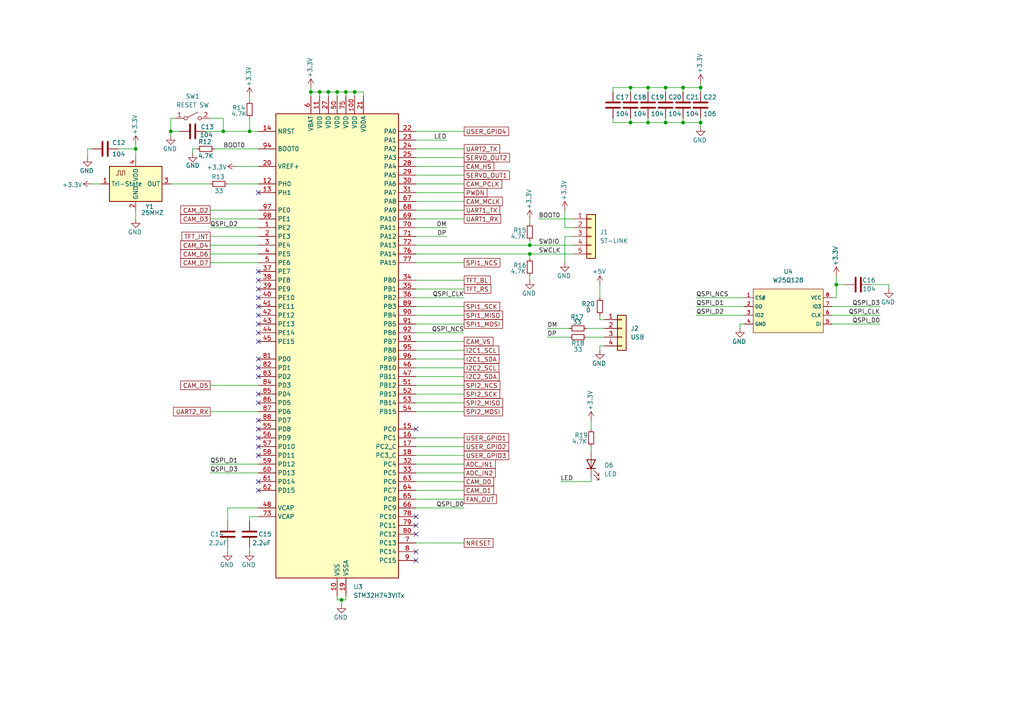
<source format=kicad_sch>
(kicad_sch (version 20250114) (generator "eeschema") (generator_version "9.0")
  (paper "A4")
  (lib_symbols
    (symbol "Conn_01x04_1" (pin_names (offset 1.016) (hide yes))
      (property "Reference" "J" (at 0 5.08 0))
      (property "Value" "Conn_01x04" (at 0 -7.62 0))
      (symbol "Conn_01x04_1_1_1"
        (rectangle (start -1.27 3.81) (end 1.27 -6.35) (stroke (width 0.254)) (fill (type background)))
        (rectangle (start -1.27 2.667) (end 0 2.413) (stroke (width 0.1524)))
        (rectangle (start -1.27 0.127) (end 0 -0.127) (stroke (width 0.1524)))
        (rectangle (start -1.27 -2.413) (end 0 -2.667) (stroke (width 0.1524)))
        (rectangle (start -1.27 -4.953) (end 0 -5.207) (stroke (width 0.1524)))
        (pin passive line (at -5.08 2.54 0) (length 3.81) (name "Pin_1") (number "1"))
        (pin passive line (at -5.08 0 0) (length 3.81) (name "Pin_2") (number "2"))
        (pin passive line (at -5.08 -2.54 0) (length 3.81) (name "Pin_3") (number "3"))
        (pin passive line (at -5.08 -5.08 0) (length 3.81) (name "Pin_4") (number "4"))
      )
    )
    (symbol "EggClassifier:16MByte,_SPI"
      (property "Reference" "U4" (at 0 12.7 0))
      (property "Value" "W25Q128" (at 0 10.16 0))
      (symbol "16MByte,_SPI_0_1"
        (rectangle (start -10.16 7.62) (end 10.16 -5.08) (fill (type background)))
        (pin input line (at -12.7 5.08 0) (length 2.54) (name "CS#") (number "1"))
        (pin bidirectional line (at -12.7 2.54 0) (length 2.54) (name "DO") (number "2"))
        (pin bidirectional line (at -12.7 0 0) (length 2.54) (name "IO2") (number "3"))
        (pin passive line (at -12.7 -2.54 0) (length 2.54) (name "GND") (number "4"))
        (pin passive line (at 12.7 5.08 180) (length 2.54) (name "VCC") (number "8"))
        (pin bidirectional line (at 12.7 2.54 180) (length 2.54) (name "IO3") (number "7"))
        (pin input line (at 12.7 0 180) (length 2.54) (name "CLK") (number "6"))
        (pin bidirectional line (at 12.7 -2.54 180) (length 2.54) (name "DI") (number "5"))
      )
    )
    (symbol "EggClassifier:ASCO"
      (property "Reference" "Y" (at -7.62 6.35 0))
      (property "Value" "ASCO" (at 1.27 -6.35 0))
      (symbol "ASCO_0_1"
        (rectangle (start -7.62 5.08) (end 7.62 -5.08) (stroke (width 0.254)) (fill (type background)))
        (polyline (pts (xy -5.715 2.54) (xy -5.08 2.54) (xy -5.08 3.81) (xy -4.445 3.81) (xy -4.445 2.54) (xy -3.81 2.54) (xy -3.81 3.81) (xy -3.175 3.81) (xy -3.175 2.54)))
      )
      (symbol "ASCO_1_1"
        (pin input line (at -10.16 0 0) (length 2.54) (name "Tri-State") (number "1"))
        (pin power_in line (at 0 7.62 270) (length 2.54) (name "VDD") (number "4"))
        (pin power_in line (at 0 -7.62 90) (length 2.54) (name "GND") (number "2"))
        (pin output line (at 10.16 0 180) (length 2.54) (name "OUT") (number "3"))
      )
    )
    (symbol "EggClassifier:C" (pin_numbers (hide yes)) (pin_names (offset 0.254))
      (property "Reference" "C" (at 0.635 2.54 0))
      (property "Value" "C" (at 0.635 -2.54 0))
      (symbol "C_0_1"
        (polyline (pts (xy -2.032 0.762) (xy 2.032 0.762)) (stroke (width 0.508)))
        (polyline (pts (xy -2.032 -0.762) (xy 2.032 -0.762)) (stroke (width 0.508)))
      )
      (symbol "C_1_1"
        (pin passive line (at 0 3.81 270) (length 2.794) (name "~") (number "1"))
        (pin passive line (at 0 -3.81 90) (length 2.794) (name "~") (number "2"))
      )
    )
    (symbol "EggClassifier:Conn_01x05" (pin_names (offset 1.016) (hide yes))
      (property "Reference" "J" (at 0 7.62 0))
      (property "Value" "Conn_01x05" (at 0 -7.62 0))
      (symbol "Conn_01x05_1_1"
        (rectangle (start -1.27 6.35) (end 1.27 -6.35) (stroke (width 0.254)) (fill (type background)))
        (rectangle (start -1.27 5.207) (end 0 4.953) (stroke (width 0.1524)))
        (rectangle (start -1.27 2.667) (end 0 2.413) (stroke (width 0.1524)))
        (rectangle (start -1.27 0.127) (end 0 -0.127) (stroke (width 0.1524)))
        (rectangle (start -1.27 -2.413) (end 0 -2.667) (stroke (width 0.1524)))
        (rectangle (start -1.27 -4.953) (end 0 -5.207) (stroke (width 0.1524)))
        (pin passive line (at -5.08 5.08 0) (length 3.81) (name "Pin_1") (number "1"))
        (pin passive line (at -5.08 2.54 0) (length 3.81) (name "Pin_2") (number "2"))
        (pin passive line (at -5.08 0 0) (length 3.81) (name "Pin_3") (number "3"))
        (pin passive line (at -5.08 -2.54 0) (length 3.81) (name "Pin_4") (number "4"))
        (pin passive line (at -5.08 -5.08 0) (length 3.81) (name "Pin_5") (number "5"))
      )
    )
    (symbol "EggClassifier:LED" (pin_numbers (hide yes)) (pin_names (offset 1.016) (hide yes))
      (property "Reference" "D" (at 0 2.54 0))
      (property "Value" "LED" (at 0 -2.54 0))
      (symbol "LED_0_1"
        (polyline (pts (xy -3.048 -0.762) (xy -4.572 -2.286) (xy -3.81 -2.286) (xy -4.572 -2.286) (xy -4.572 -1.524)))
        (polyline (pts (xy -1.778 -0.762) (xy -3.302 -2.286) (xy -2.54 -2.286) (xy -3.302 -2.286) (xy -3.302 -1.524)))
        (polyline (pts (xy -1.27 0) (xy 1.27 0)))
        (polyline (pts (xy -1.27 -1.27) (xy -1.27 1.27)) (stroke (width 0.254)))
        (polyline (pts (xy 1.27 -1.27) (xy 1.27 1.27) (xy -1.27 0) (xy 1.27 -1.27)) (stroke (width 0.254)))
      )
      (symbol "LED_1_1"
        (pin passive line (at -3.81 0 0) (length 2.54) (name "K") (number "1"))
        (pin passive line (at 3.81 0 180) (length 2.54) (name "A") (number "2"))
      )
    )
    (symbol "EggClassifier:R_Small" (pin_numbers (hide yes)) (pin_names (offset 0.254) (hide yes))
      (property "Reference" "R" (at 0.762 0.508 0))
      (property "Value" "R_Small" (at 0.762 -1.016 0))
      (symbol "R_Small_0_1"
        (rectangle (start -0.762 1.778) (end 0.762 -1.778) (stroke (width 0.2032)))
      )
      (symbol "R_Small_1_1"
        (pin passive line (at 0 2.54 270) (length 0.762) (name "~") (number "1"))
        (pin passive line (at 0 -2.54 90) (length 0.762) (name "~") (number "2"))
      )
    )
    (symbol "EggClassifier:SPST_Momentary_4.6x2.8mm" (pin_names (offset 0) (hide yes))
      (property "Reference" "SW" (at 0 3.175 0))
      (property "Value" "SPST_Momentary_4.6x2.8mm" (at 0 -2.54 0))
      (symbol "SPST_Momentary_4.6x2.8mm_0_0"
        (circle (center -2.032 0) (radius 0.508))
        (polyline (pts (xy -1.524 0.254) (xy 1.524 1.778)))
        (circle (center 2.032 0) (radius 0.508))
      )
      (symbol "SPST_Momentary_4.6x2.8mm_1_1"
        (pin passive line (at -5.08 0 0) (length 2.54) (name "A") (number "1"))
        (pin passive line (at 5.08 0 180) (length 2.54) (name "B") (number "2"))
      )
    )
    (symbol "EggClassifier:STM32H743VITx"
      (property "Reference" "U" (at -17.78 69.85 0))
      (property "Value" "STM32H743VITx" (at 10.16 69.85 0))
      (symbol "STM32H743VITx_0_1"
        (rectangle (start -17.78 -66.04) (end 17.78 68.58) (stroke (width 0.254)) (fill (type background)))
      )
      (symbol "STM32H743VITx_1_1"
        (pin input line (at -22.86 63.5 0) (length 5.08) (name "NRST") (number "14"))
        (pin input line (at -22.86 58.42 0) (length 5.08) (name "BOOT0") (number "94"))
        (pin input line (at -22.86 53.34 0) (length 5.08) (name "VREF+") (number "20"))
        (pin bidirectional line (at -22.86 48.26 0) (length 5.08) (name "PH0") (number "12"))
        (pin bidirectional line (at -22.86 45.72 0) (length 5.08) (name "PH1") (number "13"))
        (pin bidirectional line (at -22.86 40.64 0) (length 5.08) (name "PE0") (number "97"))
        (pin bidirectional line (at -22.86 38.1 0) (length 5.08) (name "PE1") (number "98"))
        (pin bidirectional line (at -22.86 35.56 0) (length 5.08) (name "PE2") (number "1"))
        (pin bidirectional line (at -22.86 33.02 0) (length 5.08) (name "PE3") (number "2"))
        (pin bidirectional line (at -22.86 30.48 0) (length 5.08) (name "PE4") (number "3"))
        (pin bidirectional line (at -22.86 27.94 0) (length 5.08) (name "PE5") (number "4"))
        (pin bidirectional line (at -22.86 25.4 0) (length 5.08) (name "PE6") (number "5"))
        (pin bidirectional line (at -22.86 22.86 0) (length 5.08) (name "PE7") (number "37"))
        (pin bidirectional line (at -22.86 20.32 0) (length 5.08) (name "PE8") (number "38"))
        (pin bidirectional line (at -22.86 17.78 0) (length 5.08) (name "PE9") (number "39"))
        (pin bidirectional line (at -22.86 15.24 0) (length 5.08) (name "PE10") (number "40"))
        (pin bidirectional line (at -22.86 12.7 0) (length 5.08) (name "PE11") (number "41"))
        (pin bidirectional line (at -22.86 10.16 0) (length 5.08) (name "PE12") (number "42"))
        (pin bidirectional line (at -22.86 7.62 0) (length 5.08) (name "PE13") (number "43"))
        (pin bidirectional line (at -22.86 5.08 0) (length 5.08) (name "PE14") (number "44"))
        (pin bidirectional line (at -22.86 2.54 0) (length 5.08) (name "PE15") (number "45"))
        (pin bidirectional line (at -22.86 -2.54 0) (length 5.08) (name "PD0") (number "81"))
        (pin bidirectional line (at -22.86 -5.08 0) (length 5.08) (name "PD1") (number "82"))
        (pin bidirectional line (at -22.86 -7.62 0) (length 5.08) (name "PD2") (number "83"))
        (pin bidirectional line (at -22.86 -10.16 0) (length 5.08) (name "PD3") (number "84"))
        (pin bidirectional line (at -22.86 -12.7 0) (length 5.08) (name "PD4") (number "85"))
        (pin bidirectional line (at -22.86 -15.24 0) (length 5.08) (name "PD5") (number "86"))
        (pin bidirectional line (at -22.86 -17.78 0) (length 5.08) (name "PD6") (number "87"))
        (pin bidirectional line (at -22.86 -20.32 0) (length 5.08) (name "PD7") (number "88"))
        (pin bidirectional line (at -22.86 -22.86 0) (length 5.08) (name "PD8") (number "55"))
        (pin bidirectional line (at -22.86 -25.4 0) (length 5.08) (name "PD9") (number "56"))
        (pin bidirectional line (at -22.86 -27.94 0) (length 5.08) (name "PD10") (number "57"))
        (pin bidirectional line (at -22.86 -30.48 0) (length 5.08) (name "PD11") (number "58"))
        (pin bidirectional line (at -22.86 -33.02 0) (length 5.08) (name "PD12") (number "59"))
        (pin bidirectional line (at -22.86 -35.56 0) (length 5.08) (name "PD13") (number "60"))
        (pin bidirectional line (at -22.86 -38.1 0) (length 5.08) (name "PD14") (number "61"))
        (pin bidirectional line (at -22.86 -40.64 0) (length 5.08) (name "PD15") (number "62"))
        (pin power_out line (at -22.86 -45.72 0) (length 5.08) (name "VCAP") (number "48"))
        (pin power_out line (at -22.86 -48.26 0) (length 5.08) (name "VCAP") (number "73"))
        (pin power_in line (at -7.62 73.66 270) (length 5.08) (name "VBAT") (number "6"))
        (pin power_in line (at -5.08 73.66 270) (length 5.08) (name "VDD") (number "11"))
        (pin power_in line (at -2.54 73.66 270) (length 5.08) (name "VDD") (number "27"))
        (pin power_in line (at 0 73.66 270) (length 5.08) (name "VDD") (number "50"))
        (pin power_in line (at 0 -71.12 90) (length 5.08) (name "VSS") (number "10"))
        (pin passive line (at 0 -71.12 90) (length 5.08) (hide yes) (name "VSS") (number "26"))
        (pin passive line (at 0 -71.12 90) (length 5.08) (hide yes) (name "VSS") (number "49"))
        (pin passive line (at 0 -71.12 90) (length 5.08) (hide yes) (name "VSS") (number "74"))
        (pin passive line (at 0 -71.12 90) (length 5.08) (hide yes) (name "VSS") (number "99"))
        (pin power_in line (at 2.54 73.66 270) (length 5.08) (name "VDD") (number "75"))
        (pin power_in line (at 2.54 -71.12 90) (length 5.08) (name "VSSA") (number "19"))
        (pin power_in line (at 5.08 73.66 270) (length 5.08) (name "VDD") (number "100"))
        (pin power_in line (at 7.62 73.66 270) (length 5.08) (name "VDDA") (number "21"))
        (pin bidirectional line (at 22.86 63.5 180) (length 5.08) (name "PA0") (number "22"))
        (pin bidirectional line (at 22.86 60.96 180) (length 5.08) (name "PA1") (number "23"))
        (pin bidirectional line (at 22.86 58.42 180) (length 5.08) (name "PA2") (number "24"))
        (pin bidirectional line (at 22.86 55.88 180) (length 5.08) (name "PA3") (number "25"))
        (pin bidirectional line (at 22.86 53.34 180) (length 5.08) (name "PA4") (number "28"))
        (pin bidirectional line (at 22.86 50.8 180) (length 5.08) (name "PA5") (number "29"))
        (pin bidirectional line (at 22.86 48.26 180) (length 5.08) (name "PA6") (number "30"))
        (pin bidirectional line (at 22.86 45.72 180) (length 5.08) (name "PA7") (number "31"))
        (pin bidirectional line (at 22.86 43.18 180) (length 5.08) (name "PA8") (number "67"))
        (pin bidirectional line (at 22.86 40.64 180) (length 5.08) (name "PA9") (number "68"))
        (pin bidirectional line (at 22.86 38.1 180) (length 5.08) (name "PA10") (number "69"))
        (pin bidirectional line (at 22.86 35.56 180) (length 5.08) (name "PA11") (number "70"))
        (pin bidirectional line (at 22.86 33.02 180) (length 5.08) (name "PA12") (number "71"))
        (pin bidirectional line (at 22.86 30.48 180) (length 5.08) (name "PA13") (number "72"))
        (pin bidirectional line (at 22.86 27.94 180) (length 5.08) (name "PA14") (number "76"))
        (pin bidirectional line (at 22.86 25.4 180) (length 5.08) (name "PA15") (number "77"))
        (pin bidirectional line (at 22.86 20.32 180) (length 5.08) (name "PB0") (number "34"))
        (pin bidirectional line (at 22.86 17.78 180) (length 5.08) (name "PB1") (number "35"))
        (pin bidirectional line (at 22.86 15.24 180) (length 5.08) (name "PB2") (number "36"))
        (pin bidirectional line (at 22.86 12.7 180) (length 5.08) (name "PB3") (number "89"))
        (pin bidirectional line (at 22.86 10.16 180) (length 5.08) (name "PB4") (number "90"))
        (pin bidirectional line (at 22.86 7.62 180) (length 5.08) (name "PB5") (number "91"))
        (pin bidirectional line (at 22.86 5.08 180) (length 5.08) (name "PB6") (number "92"))
        (pin bidirectional line (at 22.86 2.54 180) (length 5.08) (name "PB7") (number "93"))
        (pin bidirectional line (at 22.86 0 180) (length 5.08) (name "PB8") (number "95"))
        (pin bidirectional line (at 22.86 -2.54 180) (length 5.08) (name "PB9") (number "96"))
        (pin bidirectional line (at 22.86 -5.08 180) (length 5.08) (name "PB10") (number "46"))
        (pin bidirectional line (at 22.86 -7.62 180) (length 5.08) (name "PB11") (number "47"))
        (pin bidirectional line (at 22.86 -10.16 180) (length 5.08) (name "PB12") (number "51"))
        (pin bidirectional line (at 22.86 -12.7 180) (length 5.08) (name "PB13") (number "52"))
        (pin bidirectional line (at 22.86 -15.24 180) (length 5.08) (name "PB14") (number "53"))
        (pin bidirectional line (at 22.86 -17.78 180) (length 5.08) (name "PB15") (number "54"))
        (pin bidirectional line (at 22.86 -22.86 180) (length 5.08) (name "PC0") (number "15"))
        (pin bidirectional line (at 22.86 -25.4 180) (length 5.08) (name "PC1") (number "16"))
        (pin bidirectional line (at 22.86 -27.94 180) (length 5.08) (name "PC2_C") (number "17"))
        (pin bidirectional line (at 22.86 -30.48 180) (length 5.08) (name "PC3_C") (number "18"))
        (pin bidirectional line (at 22.86 -33.02 180) (length 5.08) (name "PC4") (number "32"))
        (pin bidirectional line (at 22.86 -35.56 180) (length 5.08) (name "PC5") (number "33"))
        (pin bidirectional line (at 22.86 -38.1 180) (length 5.08) (name "PC6") (number "63"))
        (pin bidirectional line (at 22.86 -40.64 180) (length 5.08) (name "PC7") (number "64"))
        (pin bidirectional line (at 22.86 -43.18 180) (length 5.08) (name "PC8") (number "65"))
        (pin bidirectional line (at 22.86 -45.72 180) (length 5.08) (name "PC9") (number "66"))
        (pin bidirectional line (at 22.86 -48.26 180) (length 5.08) (name "PC10") (number "78"))
        (pin bidirectional line (at 22.86 -50.8 180) (length 5.08) (name "PC11") (number "79"))
        (pin bidirectional line (at 22.86 -53.34 180) (length 5.08) (name "PC12") (number "80"))
        (pin bidirectional line (at 22.86 -55.88 180) (length 5.08) (name "PC13") (number "7"))
        (pin bidirectional line (at 22.86 -58.42 180) (length 5.08) (name "PC14") (number "8"))
        (pin bidirectional line (at 22.86 -60.96 180) (length 5.08) (name "PC15") (number "9"))
      )
    )
    (symbol "LM2676S-3.3_NOPB:+3.3V" (power) (pin_numbers (hide yes)) (pin_names (offset 0) (hide yes))
      (property "Value" "+3.3V" (at 0 3.556 0))
      (symbol "+3.3V_0_1"
        (polyline (pts (xy -0.762 1.27) (xy 0 2.54)))
        (polyline (pts (xy 0 2.54) (xy 0.762 1.27)))
        (polyline (pts (xy 0 0) (xy 0 2.54)))
      )
      (symbol "+3.3V_1_1"
        (pin power_in line (at 0 0 90) (length 0) (name "~") (number "1"))
      )
    )
    (symbol "LM2676S-3.3_NOPB:+5V" (power) (pin_numbers (hide yes)) (pin_names (offset 0) (hide yes))
      (property "Value" "+5V" (at 0 3.556 0))
      (symbol "+5V_0_1"
        (polyline (pts (xy -0.762 1.27) (xy 0 2.54)))
        (polyline (pts (xy 0 2.54) (xy 0.762 1.27)))
        (polyline (pts (xy 0 0) (xy 0 2.54)))
      )
      (symbol "+5V_1_1"
        (pin power_in line (at 0 0 90) (length 0) (name "~") (number "1"))
      )
    )
    (symbol "LM2676S-3.3_NOPB:GND" (power) (pin_numbers (hide yes)) (pin_names (offset 0) (hide yes))
      (property "Value" "GND" (at 0 -3.81 0))
      (symbol "GND_0_1"
        (polyline (pts (xy 0 0) (xy 0 -1.27) (xy 1.27 -1.27) (xy 0 -2.54) (xy -1.27 -1.27) (xy 0 -1.27)))
      )
      (symbol "GND_1_1"
        (pin power_in line (at 0 0 270) (length 0) (name "~") (number "1"))
      )
    )
  )
  (junction (at 99.06 173.99))
  (junction (at 153.67 71.12))
  (junction (at 39.37 43.18))
  (junction (at 198.12 25.4))
  (junction (at 193.04 25.4))
  (junction (at 102.87 26.67))
  (junction (at 153.67 73.66))
  (junction (at 64.77 38.1))
  (junction (at 242.57 82.55))
  (junction (at 203.2 25.4))
  (junction (at 187.96 35.56))
  (junction (at 92.71 26.67))
  (junction (at 95.25 26.67))
  (junction (at 49.53 38.1))
  (junction (at 90.17 26.67))
  (junction (at 193.04 35.56))
  (junction (at 198.12 35.56))
  (junction (at 182.88 35.56))
  (junction (at 100.33 26.67))
  (junction (at 203.2 35.56))
  (junction (at 72.39 38.1))
  (junction (at 182.88 25.4))
  (junction (at 187.96 25.4))
  (junction (at 97.79 26.67))
  (no_connect (at 74.93 109.22))
  (no_connect (at 74.93 127))
  (no_connect (at 74.93 83.82))
  (no_connect (at 120.65 160.02))
  (no_connect (at 74.93 91.44))
  (no_connect (at 74.93 86.36))
  (no_connect (at 74.93 78.74))
  (no_connect (at 74.93 116.84))
  (no_connect (at 120.65 154.94))
  (no_connect (at 74.93 106.68))
  (no_connect (at 74.93 121.92))
  (no_connect (at 120.65 152.4))
  (no_connect (at 74.93 88.9))
  (no_connect (at 74.93 132.08))
  (no_connect (at 74.93 129.54))
  (no_connect (at 120.65 149.86))
  (no_connect (at 74.93 93.98))
  (no_connect (at 74.93 104.14))
  (no_connect (at 120.65 162.56))
  (no_connect (at 120.65 124.46))
  (no_connect (at 74.93 99.06))
  (no_connect (at 74.93 81.28))
  (no_connect (at 74.93 114.3))
  (no_connect (at 74.93 142.24))
  (no_connect (at 74.93 139.7))
  (no_connect (at 74.93 124.46))
  (no_connect (at 74.93 55.88))
  (no_connect (at 74.93 96.52))
  (wire (pts (xy 187.96 25.4) (xy 193.04 25.4)))
  (wire (pts (xy 120.65 104.14) (xy 134.62 104.14)))
  (wire (pts (xy 162.56 139.7) (xy 171.45 139.7)))
  (wire (pts (xy 120.65 38.1) (xy 134.62 38.1)))
  (wire (pts (xy 90.17 26.67) (xy 92.71 26.67)))
  (wire (pts (xy 72.39 27.94) (xy 72.39 29.21)))
  (wire (pts (xy 241.3 93.98) (xy 255.27 93.98)))
  (wire (pts (xy 105.41 26.67) (xy 105.41 27.94)))
  (wire (pts (xy 60.96 63.5) (xy 74.93 63.5)))
  (wire (pts (xy 166.37 68.58) (xy 163.83 68.58)))
  (wire (pts (xy 173.99 92.71) (xy 173.99 91.44)))
  (wire (pts (xy 158.75 97.79) (xy 165.1 97.79)))
  (wire (pts (xy 100.33 26.67) (xy 100.33 27.94)))
  (wire (pts (xy 177.8 34.29) (xy 177.8 35.56)))
  (wire (pts (xy 156.21 63.5) (xy 166.37 63.5)))
  (wire (pts (xy 171.45 138.43) (xy 171.45 139.7)))
  (wire (pts (xy 66.04 147.32) (xy 66.04 151.13)))
  (wire (pts (xy 68.58 48.26) (xy 74.93 48.26)))
  (wire (pts (xy 120.65 144.78) (xy 134.62 144.78)))
  (wire (pts (xy 201.93 91.44) (xy 215.9 91.44)))
  (wire (pts (xy 187.96 34.29) (xy 187.96 35.56)))
  (wire (pts (xy 60.96 111.76) (xy 74.93 111.76)))
  (wire (pts (xy 153.67 80.01) (xy 153.67 81.28)))
  (wire (pts (xy 177.8 25.4) (xy 182.88 25.4)))
  (wire (pts (xy 97.79 26.67) (xy 97.79 27.94)))
  (wire (pts (xy 120.65 63.5) (xy 134.62 63.5)))
  (wire (pts (xy 99.06 173.99) (xy 100.33 173.99)))
  (wire (pts (xy 187.96 35.56) (xy 193.04 35.56)))
  (wire (pts (xy 193.04 25.4) (xy 193.04 26.67)))
  (wire (pts (xy 201.93 88.9) (xy 215.9 88.9)))
  (wire (pts (xy 166.37 66.04) (xy 163.83 66.04)))
  (wire (pts (xy 193.04 34.29) (xy 193.04 35.56)))
  (wire (pts (xy 39.37 41.91) (xy 39.37 43.18)))
  (wire (pts (xy 120.65 50.8) (xy 134.62 50.8)))
  (wire (pts (xy 49.53 34.29) (xy 49.53 38.1)))
  (wire (pts (xy 60.96 34.29) (xy 64.77 34.29)))
  (wire (pts (xy 72.39 158.75) (xy 72.39 160.02)))
  (wire (pts (xy 120.65 45.72) (xy 134.62 45.72)))
  (wire (pts (xy 175.26 92.71) (xy 173.99 92.71)))
  (wire (pts (xy 39.37 60.96) (xy 39.37 63.5)))
  (wire (pts (xy 66.04 53.34) (xy 74.93 53.34)))
  (wire (pts (xy 120.65 129.54) (xy 134.62 129.54)))
  (wire (pts (xy 99.06 173.99) (xy 99.06 175.26)))
  (wire (pts (xy 120.65 66.04) (xy 129.54 66.04)))
  (wire (pts (xy 60.96 68.58) (xy 74.93 68.58)))
  (wire (pts (xy 173.99 82.55) (xy 173.99 86.36)))
  (wire (pts (xy 64.77 38.1) (xy 72.39 38.1)))
  (wire (pts (xy 173.99 100.33) (xy 173.99 101.6)))
  (wire (pts (xy 39.37 43.18) (xy 39.37 45.72)))
  (wire (pts (xy 72.39 34.29) (xy 72.39 38.1)))
  (wire (pts (xy 242.57 82.55) (xy 242.57 86.36)))
  (wire (pts (xy 187.96 25.4) (xy 187.96 26.67)))
  (wire (pts (xy 203.2 24.13) (xy 203.2 25.4)))
  (wire (pts (xy 120.65 96.52) (xy 134.62 96.52)))
  (wire (pts (xy 120.65 88.9) (xy 134.62 88.9)))
  (wire (pts (xy 163.83 66.04) (xy 163.83 60.96)))
  (wire (pts (xy 163.83 68.58) (xy 163.83 76.2)))
  (wire (pts (xy 153.67 73.66) (xy 166.37 73.66)))
  (wire (pts (xy 120.65 147.32) (xy 134.62 147.32)))
  (wire (pts (xy 60.96 137.16) (xy 74.93 137.16)))
  (wire (pts (xy 120.65 119.38) (xy 134.62 119.38)))
  (wire (pts (xy 34.29 43.18) (xy 39.37 43.18)))
  (wire (pts (xy 100.33 26.67) (xy 102.87 26.67)))
  (wire (pts (xy 182.88 35.56) (xy 187.96 35.56)))
  (wire (pts (xy 182.88 25.4) (xy 182.88 26.67)))
  (wire (pts (xy 90.17 25.4) (xy 90.17 26.67)))
  (wire (pts (xy 95.25 26.67) (xy 95.25 27.94)))
  (wire (pts (xy 241.3 91.44) (xy 255.27 91.44)))
  (wire (pts (xy 153.67 63.5) (xy 153.67 64.77)))
  (wire (pts (xy 97.79 26.67) (xy 100.33 26.67)))
  (wire (pts (xy 120.65 111.76) (xy 134.62 111.76)))
  (wire (pts (xy 55.88 43.18) (xy 55.88 44.45)))
  (wire (pts (xy 62.23 43.18) (xy 74.93 43.18)))
  (wire (pts (xy 120.65 101.6) (xy 134.62 101.6)))
  (wire (pts (xy 102.87 26.67) (xy 105.41 26.67)))
  (wire (pts (xy 182.88 25.4) (xy 187.96 25.4)))
  (wire (pts (xy 120.65 60.96) (xy 134.62 60.96)))
  (wire (pts (xy 201.93 86.36) (xy 215.9 86.36)))
  (wire (pts (xy 257.81 82.55) (xy 257.81 83.82)))
  (wire (pts (xy 120.65 81.28) (xy 134.62 81.28)))
  (wire (pts (xy 177.8 25.4) (xy 177.8 26.67)))
  (wire (pts (xy 72.39 149.86) (xy 74.93 149.86)))
  (wire (pts (xy 241.3 88.9) (xy 255.27 88.9)))
  (wire (pts (xy 120.65 48.26) (xy 134.62 48.26)))
  (wire (pts (xy 72.39 151.13) (xy 72.39 149.86)))
  (wire (pts (xy 153.67 71.12) (xy 166.37 71.12)))
  (wire (pts (xy 182.88 34.29) (xy 182.88 35.56)))
  (wire (pts (xy 120.65 55.88) (xy 134.62 55.88)))
  (wire (pts (xy 193.04 25.4) (xy 198.12 25.4)))
  (wire (pts (xy 198.12 25.4) (xy 203.2 25.4)))
  (wire (pts (xy 49.53 38.1) (xy 49.53 39.37)))
  (wire (pts (xy 120.65 91.44) (xy 134.62 91.44)))
  (wire (pts (xy 198.12 35.56) (xy 203.2 35.56)))
  (wire (pts (xy 60.96 119.38) (xy 74.93 119.38)))
  (wire (pts (xy 26.67 43.18) (xy 25.4 43.18)))
  (wire (pts (xy 120.65 86.36) (xy 134.62 86.36)))
  (wire (pts (xy 120.65 106.68) (xy 134.62 106.68)))
  (wire (pts (xy 92.71 26.67) (xy 92.71 27.94)))
  (wire (pts (xy 97.79 172.72) (xy 97.79 173.99)))
  (wire (pts (xy 120.65 43.18) (xy 134.62 43.18)))
  (wire (pts (xy 90.17 27.94) (xy 90.17 26.67)))
  (wire (pts (xy 120.65 53.34) (xy 134.62 53.34)))
  (wire (pts (xy 170.18 97.79) (xy 175.26 97.79)))
  (wire (pts (xy 198.12 34.29) (xy 198.12 35.56)))
  (wire (pts (xy 171.45 121.92) (xy 171.45 124.46)))
  (wire (pts (xy 60.96 71.12) (xy 74.93 71.12)))
  (wire (pts (xy 242.57 80.01) (xy 242.57 82.55)))
  (wire (pts (xy 59.69 38.1) (xy 64.77 38.1)))
  (wire (pts (xy 60.96 60.96) (xy 74.93 60.96)))
  (wire (pts (xy 120.65 58.42) (xy 134.62 58.42)))
  (wire (pts (xy 120.65 114.3) (xy 134.62 114.3)))
  (wire (pts (xy 120.65 40.64) (xy 129.54 40.64)))
  (wire (pts (xy 171.45 129.54) (xy 171.45 130.81)))
  (wire (pts (xy 203.2 35.56) (xy 203.2 34.29)))
  (wire (pts (xy 242.57 82.55) (xy 245.11 82.55)))
  (wire (pts (xy 193.04 35.56) (xy 198.12 35.56)))
  (wire (pts (xy 175.26 100.33) (xy 173.99 100.33)))
  (wire (pts (xy 97.79 173.99) (xy 99.06 173.99)))
  (wire (pts (xy 120.65 76.2) (xy 134.62 76.2)))
  (wire (pts (xy 49.53 53.34) (xy 60.96 53.34)))
  (wire (pts (xy 25.4 43.18) (xy 25.4 45.72)))
  (wire (pts (xy 120.65 137.16) (xy 134.62 137.16)))
  (wire (pts (xy 214.63 93.98) (xy 214.63 95.25)))
  (wire (pts (xy 120.65 99.06) (xy 134.62 99.06)))
  (wire (pts (xy 120.65 127) (xy 134.62 127)))
  (wire (pts (xy 120.65 139.7) (xy 134.62 139.7)))
  (wire (pts (xy 120.65 132.08) (xy 134.62 132.08)))
  (wire (pts (xy 120.65 68.58) (xy 129.54 68.58)))
  (wire (pts (xy 26.67 53.34) (xy 29.21 53.34)))
  (wire (pts (xy 120.65 116.84) (xy 134.62 116.84)))
  (wire (pts (xy 120.65 83.82) (xy 134.62 83.82)))
  (wire (pts (xy 120.65 93.98) (xy 134.62 93.98)))
  (wire (pts (xy 120.65 157.48) (xy 134.62 157.48)))
  (wire (pts (xy 49.53 38.1) (xy 52.07 38.1)))
  (wire (pts (xy 120.65 109.22) (xy 134.62 109.22)))
  (wire (pts (xy 153.67 69.85) (xy 153.67 71.12)))
  (wire (pts (xy 153.67 73.66) (xy 153.67 74.93)))
  (wire (pts (xy 60.96 134.62) (xy 74.93 134.62)))
  (wire (pts (xy 252.73 82.55) (xy 257.81 82.55)))
  (wire (pts (xy 203.2 25.4) (xy 203.2 26.67)))
  (wire (pts (xy 95.25 26.67) (xy 97.79 26.67)))
  (wire (pts (xy 60.96 73.66) (xy 74.93 73.66)))
  (wire (pts (xy 50.8 34.29) (xy 49.53 34.29)))
  (wire (pts (xy 120.65 73.66) (xy 153.67 73.66)))
  (wire (pts (xy 170.18 95.25) (xy 175.26 95.25)))
  (wire (pts (xy 198.12 25.4) (xy 198.12 26.67)))
  (wire (pts (xy 92.71 26.67) (xy 95.25 26.67)))
  (wire (pts (xy 102.87 26.67) (xy 102.87 27.94)))
  (wire (pts (xy 60.96 66.04) (xy 74.93 66.04)))
  (wire (pts (xy 64.77 34.29) (xy 64.77 38.1)))
  (wire (pts (xy 241.3 86.36) (xy 242.57 86.36)))
  (wire (pts (xy 215.9 93.98) (xy 214.63 93.98)))
  (wire (pts (xy 57.15 43.18) (xy 55.88 43.18)))
  (wire (pts (xy 120.65 134.62) (xy 134.62 134.62)))
  (wire (pts (xy 120.65 71.12) (xy 153.67 71.12)))
  (wire (pts (xy 72.39 38.1) (xy 74.93 38.1)))
  (wire (pts (xy 100.33 173.99) (xy 100.33 172.72)))
  (wire (pts (xy 66.04 147.32) (xy 74.93 147.32)))
  (wire (pts (xy 60.96 76.2) (xy 74.93 76.2)))
  (wire (pts (xy 66.04 158.75) (xy 66.04 160.02)))
  (wire (pts (xy 158.75 95.25) (xy 165.1 95.25)))
  (wire (pts (xy 177.8 35.56) (xy 182.88 35.56)))
  (wire (pts (xy 120.65 142.24) (xy 134.62 142.24)))
  (wire (pts (xy 203.2 35.56) (xy 203.2 36.83)))
  (label "QSPI_D1" (at 201.93 88.9 0))
  (label "QSPI_D0" (at 255.27 93.98 180))
  (label "QSPI_D3" (at 255.27 88.9 180))
  (label "SWDIO" (at 156.21 71.12 0))
  (label "LED" (at 162.56 139.7 0))
  (label "QSPI_D0" (at 134.62 147.32 180))
  (label "SWCLK" (at 156.21 73.66 0))
  (label "QSPI_D2" (at 60.96 66.04 0))
  (label "DP" (at 129.54 68.58 180))
  (label "DM" (at 129.54 66.04 180))
  (label "QSPI_NCS" (at 201.93 86.36 0))
  (label "QSPI_NCS" (at 134.62 96.52 180))
  (label "QSPI_D1" (at 60.96 134.62 0))
  (label "DP" (at 158.75 97.79 0))
  (label "LED" (at 129.54 40.64 180))
  (label "QSPI_CLK" (at 255.27 91.44 180))
  (label "BOOT0" (at 64.77 43.18 0))
  (label "QSPI_D3" (at 60.96 137.16 0))
  (label "QSPI_CLK" (at 134.62 86.36 180))
  (label "QSPI_D2" (at 201.93 91.44 0))
  (label "DM" (at 158.75 95.25 0))
  (label "BOOT0" (at 156.21 63.5 0))
  (global_label "SPI1_NCS" (shape passive) (at 134.62 76.2 0) (property "Intersheetrefs" "${INTERSHEET_REFS}" (effects (hide yes))))
  (global_label "SPI1_MOSI" (shape passive) (at 134.62 93.98 0) (property "Intersheetrefs" "${INTERSHEET_REFS}" (effects (hide yes))))
  (global_label "CAM_D5" (shape passive) (at 60.96 111.76 180) (property "Intersheetrefs" "${INTERSHEET_REFS}" (effects (hide yes))))
  (global_label "UART1_TX" (shape passive) (at 134.62 60.96 0) (property "Intersheetrefs" "${INTERSHEET_REFS}" (effects (hide yes))))
  (global_label "SPI2_MOSI" (shape passive) (at 134.62 119.38 0) (property "Intersheetrefs" "${INTERSHEET_REFS}" (effects (hide yes))))
  (global_label "TFT_BL" (shape passive) (at 134.62 81.28 0) (property "Intersheetrefs" "${INTERSHEET_REFS}" (effects (hide yes))))
  (global_label "SERVO_OUT1" (shape passive) (at 134.62 50.8 0) (property "Intersheetrefs" "${INTERSHEET_REFS}" (effects (hide yes))))
  (global_label "NRESET" (shape passive) (at 134.62 157.48 0) (property "Intersheetrefs" "${INTERSHEET_REFS}" (effects (hide yes))))
  (global_label "CAM_D6" (shape passive) (at 60.96 73.66 180) (property "Intersheetrefs" "${INTERSHEET_REFS}" (effects (hide yes))))
  (global_label "I2C2_SDA" (shape passive) (at 134.62 109.22 0) (property "Intersheetrefs" "${INTERSHEET_REFS}" (effects (hide yes))))
  (global_label "SPI2_SCK" (shape passive) (at 134.62 114.3 0) (property "Intersheetrefs" "${INTERSHEET_REFS}" (effects (hide yes))))
  (global_label "USER_GPIO1" (shape passive) (at 134.62 127 0) (property "Intersheetrefs" "${INTERSHEET_REFS}" (effects (hide yes))))
  (global_label "CAM_D7" (shape passive) (at 60.96 76.2 180) (property "Intersheetrefs" "${INTERSHEET_REFS}" (effects (hide yes))))
  (global_label "CAM_D0" (shape passive) (at 134.62 139.7 0) (property "Intersheetrefs" "${INTERSHEET_REFS}" (effects (hide yes))))
  (global_label "CAM_HS" (shape passive) (at 134.62 48.26 0) (property "Intersheetrefs" "${INTERSHEET_REFS}" (effects (hide yes))))
  (global_label "I2C2_SCL" (shape passive) (at 134.62 106.68 0) (property "Intersheetrefs" "${INTERSHEET_REFS}" (effects (hide yes))))
  (global_label "SPI2_MISO" (shape passive) (at 134.62 116.84 0) (property "Intersheetrefs" "${INTERSHEET_REFS}" (effects (hide yes))))
  (global_label "CAM_D3" (shape passive) (at 60.96 63.5 180) (property "Intersheetrefs" "${INTERSHEET_REFS}" (effects (hide yes))))
  (global_label "UART2_TX" (shape passive) (at 134.62 43.18 0) (property "Intersheetrefs" "${INTERSHEET_REFS}" (effects (hide yes))))
  (global_label "SPI1_SCK" (shape passive) (at 134.62 88.9 0) (property "Intersheetrefs" "${INTERSHEET_REFS}" (effects (hide yes))))
  (global_label "TFT_RS" (shape passive) (at 134.62 83.82 0) (property "Intersheetrefs" "${INTERSHEET_REFS}" (effects (hide yes))))
  (global_label "TFT_INT" (shape passive) (at 60.96 68.58 180) (property "Intersheetrefs" "${INTERSHEET_REFS}" (effects (hide yes))))
  (global_label "UART1_RX" (shape passive) (at 134.62 63.5 0) (property "Intersheetrefs" "${INTERSHEET_REFS}" (effects (hide yes))))
  (global_label "SERVO_OUT2" (shape passive) (at 134.62 45.72 0) (property "Intersheetrefs" "${INTERSHEET_REFS}" (effects (hide yes))))
  (global_label "CAM_PCLK" (shape passive) (at 134.62 53.34 0) (property "Intersheetrefs" "${INTERSHEET_REFS}" (effects (hide yes))))
  (global_label "SPI2_NCS" (shape passive) (at 134.62 111.76 0) (property "Intersheetrefs" "${INTERSHEET_REFS}" (effects (hide yes))))
  (global_label "CAM_D2" (shape passive) (at 60.96 60.96 180) (property "Intersheetrefs" "${INTERSHEET_REFS}" (effects (hide yes))))
  (global_label "UART2_RX" (shape passive) (at 60.96 119.38 180) (property "Intersheetrefs" "${INTERSHEET_REFS}" (effects (hide yes))))
  (global_label "CAM_D4" (shape passive) (at 60.96 71.12 180) (property "Intersheetrefs" "${INTERSHEET_REFS}" (effects (hide yes))))
  (global_label "CAM_VS" (shape passive) (at 134.62 99.06 0) (property "Intersheetrefs" "${INTERSHEET_REFS}" (effects (hide yes))))
  (global_label "ADC_IN1" (shape passive) (at 134.62 134.62 0) (property "Intersheetrefs" "${INTERSHEET_REFS}" (effects (hide yes))))
  (global_label "USER_GPIO2" (shape passive) (at 134.62 129.54 0) (property "Intersheetrefs" "${INTERSHEET_REFS}" (effects (hide yes))))
  (global_label "FAN_OUT" (shape passive) (at 134.62 144.78 0) (property "Intersheetrefs" "${INTERSHEET_REFS}" (effects (hide yes))))
  (global_label "PWDN" (shape passive) (at 134.62 55.88 0) (property "Intersheetrefs" "${INTERSHEET_REFS}" (effects (hide yes))))
  (global_label "ADC_IN2" (shape passive) (at 134.62 137.16 0) (property "Intersheetrefs" "${INTERSHEET_REFS}" (effects (hide yes))))
  (global_label "I2C1_SCL" (shape passive) (at 134.62 101.6 0) (property "Intersheetrefs" "${INTERSHEET_REFS}" (effects (hide yes))))
  (global_label "CAM_MCLK" (shape passive) (at 134.62 58.42 0) (property "Intersheetrefs" "${INTERSHEET_REFS}" (effects (hide yes))))
  (global_label "USER_GPIO3" (shape passive) (at 134.62 132.08 0) (property "Intersheetrefs" "${INTERSHEET_REFS}" (effects (hide yes))))
  (global_label "I2C1_SDA" (shape passive) (at 134.62 104.14 0) (property "Intersheetrefs" "${INTERSHEET_REFS}" (effects (hide yes))))
  (global_label "USER_GPIO4" (shape passive) (at 134.62 38.1 0) (property "Intersheetrefs" "${INTERSHEET_REFS}" (effects (hide yes))))
  (global_label "CAM_D1" (shape passive) (at 134.62 142.24 0) (property "Intersheetrefs" "${INTERSHEET_REFS}" (effects (hide yes))))
  (global_label "SPI1_MISO" (shape passive) (at 134.62 91.44 0) (property "Intersheetrefs" "${INTERSHEET_REFS}" (effects (hide yes))))
  (symbol (lib_id "EggClassifier:R_Small") (at 167.64 95.25 90) (unit 1)
    (property "Reference" "R17" (at 167.386 91.948 90))
    (property "Value" "33" (at 167.386 93.472 90))
    (property "Footprint" "EggClassifier:R_0805_2012Metric_Pad1.20x1.40mm_HandSolder" (effects (hide yes)))
    (property "Description" "Resistor, small symbol" (effects (hide yes)))
  )
  (symbol (lib_id "EggClassifier:C") (at 248.92 82.55 90) (unit 1)
    (property "Reference" "C16" (at 254 81.28 90) (effects (justify left)))
    (property "Value" "104" (at 254 83.82 90) (effects (justify left)))
    (property "Footprint" "EggClassifier:C_0805_2012Metric_Pad1.18x1.45mm_HandSolder" (effects (hide yes)))
    (property "Description" "Unpolarized capacitor" (effects (hide yes)))
  )
  (symbol (lib_id "EggClassifier:C") (at 72.39 154.94 0) (unit 1)
    (property "Reference" "C15" (at 74.93 154.94 0) (effects (justify left)))
    (property "Value" "2.2uF" (at 73.152 157.48 0) (effects (justify left)))
    (property "Footprint" "EggClassifier:C_0805_2012Metric_Pad1.18x1.45mm_HandSolder" (effects (hide yes)))
    (property "Description" "Unpolarized capacitor" (effects (hide yes)))
  )
  (symbol (lib_id "LM2676S-3.3_NOPB:+3.3V") (at 72.39 27.94 0) (unit 1)
    (property "Reference" "#PWR09" (effects (hide yes)))
    (property "Value" "+3.3V" (at 72.136 25.146 90) (effects (justify left)))
    (property "Description" "Power symbol creates a global label with name \"+3.3V\"" (effects (hide yes)))
  )
  (symbol (lib_id "LM2676S-3.3_NOPB:GND") (at 25.4 45.72 0) (unit 1)
    (property "Reference" "#PWR01" (effects (hide yes)))
    (property "Value" "GND" (at 25.146 49.53 0))
    (property "Description" "Power symbol creates a global label with name \"GND\" , ground" (effects (hide yes)))
  )
  (symbol (lib_id "EggClassifier:R_Small") (at 153.67 77.47 0) (unit 1)
    (property "Reference" "R16" (at 148.844 76.962 0) (effects (justify left)))
    (property "Value" "4.7K" (at 148.082 78.74 0) (effects (justify left)))
    (property "Footprint" "EggClassifier:R_0805_2012Metric_Pad1.20x1.40mm_HandSolder" (effects (hide yes)))
    (property "Description" "Resistor, small symbol" (effects (hide yes)))
  )
  (symbol (lib_id "EggClassifier:C") (at 30.48 43.18 270) (unit 1)
    (property "Reference" "C12" (at 32.512 41.402 90) (effects (justify left)))
    (property "Value" "104" (at 32.512 44.704 90) (effects (justify left)))
    (property "Footprint" "EggClassifier:C_0805_2012Metric_Pad1.18x1.45mm_HandSolder" (effects (hide yes)))
    (property "Description" "Unpolarized capacitor" (effects (hide yes)))
  )
  (symbol (lib_id "LM2676S-3.3_NOPB:+3.3V") (at 39.37 41.91 0) (unit 1)
    (property "Reference" "#PWR03" (effects (hide yes)))
    (property "Value" "+3.3V" (at 39.116 39.116 90) (effects (justify left)))
    (property "Description" "Power symbol creates a global label with name \"+3.3V\"" (effects (hide yes)))
  )
  (symbol (lib_id "EggClassifier:R_Small") (at 171.45 127 0) (unit 1)
    (property "Reference" "R19" (at 166.624 126.238 0) (effects (justify left)))
    (property "Value" "4.7K" (at 165.862 128.016 0) (effects (justify left)))
    (property "Footprint" "EggClassifier:R_0805_2012Metric_Pad1.20x1.40mm_HandSolder" (effects (hide yes)))
    (property "Description" "Resistor, small symbol" (effects (hide yes)))
  )
  (symbol (lib_id "EggClassifier:R_Small") (at 63.5 53.34 90) (unit 1)
    (property "Reference" "R13" (at 63.246 51.308 90))
    (property "Value" "33" (at 63.5 55.372 90))
    (property "Footprint" "EggClassifier:R_0805_2012Metric_Pad1.20x1.40mm_HandSolder" (effects (hide yes)))
    (property "Description" "Resistor, small symbol" (effects (hide yes)))
  )
  (symbol (lib_id "LM2676S-3.3_NOPB:+5V") (at 173.99 82.55 0) (unit 1)
    (property "Reference" "#PWR062" (effects (hide yes)))
    (property "Value" "+5V" (at 173.736 78.74 0))
    (property "Description" "Power symbol creates a global label with name \"+5V\"" (effects (hide yes)))
  )
  (symbol (lib_id "EggClassifier:C") (at 198.12 30.48 0) (unit 1)
    (property "Reference" "C21" (at 198.882 28.194 0) (effects (justify left)))
    (property "Value" "104" (at 198.882 33.02 0) (effects (justify left)))
    (property "Footprint" "EggClassifier:C_0805_2012Metric_Pad1.18x1.45mm_HandSolder" (effects (hide yes)))
    (property "Description" "Unpolarized capacitor" (effects (hide yes)))
  )
  (symbol (lib_id "EggClassifier:C") (at 55.88 38.1 270) (unit 1)
    (property "Reference" "C13" (at 58.166 36.83 90) (effects (justify left)))
    (property "Value" "104" (at 57.912 39.116 90) (effects (justify left)))
    (property "Footprint" "EggClassifier:C_0805_2012Metric_Pad1.18x1.45mm_HandSolder" (effects (hide yes)))
    (property "Description" "Unpolarized capacitor" (effects (hide yes)))
  )
  (symbol (lib_id "LM2676S-3.3_NOPB:+3.3V") (at 203.2 24.13 0) (unit 1)
    (property "Reference" "#PWR064" (effects (hide yes)))
    (property "Value" "+3.3V" (at 202.946 21.336 90) (effects (justify left)))
    (property "Description" "Power symbol creates a global label with name \"+3.3V\"" (effects (hide yes)))
  )
  (symbol (lib_id "EggClassifier:R_Small") (at 153.67 67.31 0) (unit 1)
    (property "Reference" "R15" (at 148.844 66.802 0) (effects (justify left)))
    (property "Value" "4.7K" (at 148.082 68.58 0) (effects (justify left)))
    (property "Footprint" "EggClassifier:R_0805_2012Metric_Pad1.20x1.40mm_HandSolder" (effects (hide yes)))
    (property "Description" "Resistor, small symbol" (effects (hide yes)))
  )
  (symbol (lib_id "EggClassifier:STM32H743VITx") (at 97.79 101.6 0) (unit 1)
    (property "Reference" "U3" (at 102.4733 170.18 0) (effects (justify left)))
    (property "Value" "STM32H743VITx" (at 102.4733 172.72 0) (effects (justify left)))
    (property "Footprint" "EggClassifier:LQFP-100_14x14mm_P0.5mm" (effects (hide yes)))
    (property "Datasheet" "https://www.st.com/resource/en/datasheet/stm32h743vi.pdf" (effects (hide yes)))
    (property "Description" "STMicroelectronics Arm Cortex-M7 MCU, 2048KB flash, 1024KB RAM, 480 MHz, 1.71-3.6V, 82 GPIO, LQFP100" (effects (hide yes)))
  )
  (symbol (lib_id "EggClassifier:C") (at 187.96 30.48 0) (unit 1)
    (property "Reference" "C19" (at 188.722 28.194 0) (effects (justify left)))
    (property "Value" "104" (at 188.722 33.02 0) (effects (justify left)))
    (property "Footprint" "EggClassifier:C_0805_2012Metric_Pad1.18x1.45mm_HandSolder" (effects (hide yes)))
    (property "Description" "Unpolarized capacitor" (effects (hide yes)))
  )
  (symbol (lib_id "EggClassifier:ASCO") (at 39.37 53.34 0) (unit 1)
    (property "Reference" "Y1" (at 43.434 59.944 0))
    (property "Value" "25MHZ" (at 44.196 61.722 0))
    (property "Footprint" "EggClassifier:Oscillator_SMD_Abracon_ASV-4Pin_7.0x5.1mm_HandSoldering" (effects (hide yes)))
    (property "Datasheet" "https://abracon.com/Oscillators/ASCO.pdf" (effects (hide yes)))
    (property "Description" "Crystal Clock Oscillator, Abracon ASCO" (effects (hide yes)))
  )
  (symbol (lib_id "EggClassifier:R_Small") (at 167.64 97.79 90) (unit 1)
    (property "Reference" "R18" (at 167.64 99.568 90))
    (property "Value" "33" (at 167.64 101.346 90))
    (property "Footprint" "EggClassifier:R_0805_2012Metric_Pad1.20x1.40mm_HandSolder" (effects (hide yes)))
    (property "Description" "Resistor, small symbol" (effects (hide yes)))
  )
  (symbol (lib_id "LM2676S-3.3_NOPB:GND") (at 55.88 44.45 0) (unit 1)
    (property "Reference" "#PWR06" (effects (hide yes)))
    (property "Value" "GND" (at 55.88 48.006 0))
    (property "Description" "Power symbol creates a global label with name \"GND\" , ground" (effects (hide yes)))
  )
  (symbol (lib_id "LM2676S-3.3_NOPB:+3.3V") (at 171.45 121.92 0) (unit 1)
    (property "Reference" "#PWR017" (effects (hide yes)))
    (property "Value" "+3.3V" (at 171.196 119.126 90) (effects (justify left)))
    (property "Description" "Power symbol creates a global label with name \"+3.3V\"" (effects (hide yes)))
  )
  (symbol (lib_id "LM2676S-3.3_NOPB:+3.3V") (at 26.67 53.34 90) (unit 1)
    (property "Reference" "#PWR02" (effects (hide yes)))
    (property "Value" "+3.3V" (at 23.876 53.594 90) (effects (justify left)))
    (property "Description" "Power symbol creates a global label with name \"+3.3V\"" (effects (hide yes)))
  )
  (symbol (lib_id "EggClassifier:C") (at 177.8 30.48 0) (unit 1)
    (property "Reference" "C17" (at 178.562 28.194 0) (effects (justify left)))
    (property "Value" "104" (at 178.562 33.02 0) (effects (justify left)))
    (property "Footprint" "EggClassifier:C_0805_2012Metric_Pad1.18x1.45mm_HandSolder" (effects (hide yes)))
    (property "Description" "Unpolarized capacitor" (effects (hide yes)))
  )
  (symbol (lib_id "LM2676S-3.3_NOPB:GND") (at 49.53 39.37 0) (unit 1)
    (property "Reference" "#PWR05" (effects (hide yes)))
    (property "Value" "GND" (at 49.276 43.18 0))
    (property "Description" "Power symbol creates a global label with name \"GND\" , ground" (effects (hide yes)))
  )
  (symbol (lib_id "EggClassifier:SPST_Momentary_4.6x2.8mm") (at 55.88 34.29 0) (unit 1)
    (property "Reference" "SW1" (at 55.88 27.94 0))
    (property "Value" "RESET SW" (at 55.88 30.48 0))
    (property "Footprint" "EggClassifier:SW_PUSH_6mm_H4.3mm" (effects (hide yes)))
    (property "Description" "Single Pole Single Throw (SPST) switch" (effects (hide yes)))
    (property "PROD_ID" "SWCH-15606" (effects (hide yes)))
  )
  (symbol (lib_name "Conn_01x04_1") (lib_id "EggClassifier:Conn_01x04_1") (at 180.34 95.25 0) (unit 1)
    (property "Reference" "J2" (at 182.88 95.2499 0) (effects (justify left)))
    (property "Value" "USB" (at 182.88 97.7899 0) (effects (justify left)))
    (property "Footprint" "EggClassifier:PinHeader_1x04_P2.54mm_Vertical" (effects (hide yes)))
    (property "Description" "Generic connector, single row, 01x04, script generated (kicad-library-utils/schlib/autogen/connector/)" (effects (hide yes)))
  )
  (symbol (lib_id "LM2676S-3.3_NOPB:+3.3V") (at 163.83 60.96 0) (unit 1)
    (property "Reference" "#PWR015" (effects (hide yes)))
    (property "Value" "+3.3V" (at 163.576 58.166 90) (effects (justify left)))
    (property "Description" "Power symbol creates a global label with name \"+3.3V\"" (effects (hide yes)))
  )
  (symbol (lib_id "LM2676S-3.3_NOPB:GND") (at 99.06 175.26 0) (unit 1)
    (property "Reference" "#PWR012" (effects (hide yes)))
    (property "Value" "GND" (at 98.806 179.07 0))
    (property "Description" "Power symbol creates a global label with name \"GND\" , ground" (effects (hide yes)))
  )
  (symbol (lib_id "LM2676S-3.3_NOPB:GND") (at 173.99 101.6 0) (unit 1)
    (property "Reference" "#PWR063" (effects (hide yes)))
    (property "Value" "GND" (at 173.736 105.41 0))
    (property "Description" "Power symbol creates a global label with name \"GND\" , ground" (effects (hide yes)))
  )
  (symbol (lib_id "EggClassifier:C") (at 66.04 154.94 0) (unit 1)
    (property "Reference" "C14" (at 60.96 154.94 0) (effects (justify left)))
    (property "Value" "2.2uF" (at 60.452 157.48 0) (effects (justify left)))
    (property "Footprint" "EggClassifier:C_0805_2012Metric_Pad1.18x1.45mm_HandSolder" (effects (hide yes)))
    (property "Description" "Unpolarized capacitor" (effects (hide yes)))
  )
  (symbol (lib_id "EggClassifier:R_Small") (at 59.69 43.18 90) (unit 1)
    (property "Reference" "R12" (at 59.436 41.148 90))
    (property "Value" "4.7K" (at 59.69 45.212 90))
    (property "Footprint" "EggClassifier:R_0805_2012Metric_Pad1.20x1.40mm_HandSolder" (effects (hide yes)))
    (property "Description" "Resistor, small symbol" (effects (hide yes)))
  )
  (symbol (lib_id "LM2676S-3.3_NOPB:GND") (at 203.2 36.83 0) (unit 1)
    (property "Reference" "#PWR065" (effects (hide yes)))
    (property "Value" "GND" (at 202.946 40.64 0))
    (property "Description" "Power symbol creates a global label with name \"GND\" , ground" (effects (hide yes)))
  )
  (symbol (lib_id "EggClassifier:Conn_01x05") (at 171.45 68.58 0) (unit 1)
    (property "Reference" "J1" (at 173.99 67.3099 0) (effects (justify left)))
    (property "Value" "ST-LINK" (at 173.99 69.8499 0) (effects (justify left)))
    (property "Footprint" "EggClassifier:PinHeader_1x05_P2.54mm_Vertical" (effects (hide yes)))
    (property "Description" "Generic connector, single row, 01x05, script generated (kicad-library-utils/schlib/autogen/connector/)" (effects (hide yes)))
  )
  (symbol (lib_id "EggClassifier:C") (at 203.2 30.48 0) (unit 1)
    (property "Reference" "C22" (at 203.962 28.194 0) (effects (justify left)))
    (property "Value" "106" (at 203.962 33.02 0) (effects (justify left)))
    (property "Footprint" "EggClassifier:C_0805_2012Metric_Pad1.18x1.45mm_HandSolder" (effects (hide yes)))
    (property "Description" "Unpolarized capacitor" (effects (hide yes)))
  )
  (symbol (lib_id "LM2676S-3.3_NOPB:GND") (at 257.81 83.82 0) (unit 1)
    (property "Reference" "#PWR068" (effects (hide yes)))
    (property "Value" "GND" (at 257.556 87.63 0))
    (property "Description" "Power symbol creates a global label with name \"GND\" , ground" (effects (hide yes)))
  )
  (symbol (lib_id "EggClassifier:16MByte,_SPI") (at 228.6 91.44 0) (unit 1)
    (property "Reference" "U4" (at 228.6 78.74 0))
    (property "Value" "W25Q128" (at 228.6 81.28 0))
    (property "Footprint" "EggClassifier:SOIC-8_L5.3-W5.3-P1.27-LS8.0-BL" (effects (hide yes)))
    (property "Datasheet" "https://www.lcsc.com/datasheet/lcsc_datasheet_1811142111_Winbond-Elec-W25Q128JVSIQ_C97521.pdf" (effects (hide yes)))
    (property "Description" "128Mbit SOIC-8-208mil NOR FLASH ROHS" (effects (hide yes)))
    (property "LCSC" "C97521" (effects (hide yes)))
    (property "Stock" "135031" (effects (hide yes)))
    (property "Price" "0.542USD" (effects (hide yes)))
    (property "Process" "SMT" (effects (hide yes)))
    (property "Minimum Qty" "1" (effects (hide yes)))
    (property "Attrition Qty" "0" (effects (hide yes)))
    (property "Class" "Basic Component" (effects (hide yes)))
    (property "Category" "Memory,NOR FLASH" (effects (hide yes)))
    (property "Manufacturer" "Winbond Elec" (effects (hide yes)))
    (property "Part" "W25Q128JVSIQ" (effects (hide yes)))
    (property "Memory Size" "128Mbit" (effects (hide yes)))
  )
  (symbol (lib_id "LM2676S-3.3_NOPB:GND") (at 72.39 160.02 0) (unit 1)
    (property "Reference" "#PWR010" (effects (hide yes)))
    (property "Value" "GND" (at 72.136 163.83 0))
    (property "Description" "Power symbol creates a global label with name \"GND\" , ground" (effects (hide yes)))
  )
  (symbol (lib_id "LM2676S-3.3_NOPB:+3.3V") (at 68.58 48.26 90) (unit 1)
    (property "Reference" "#PWR08" (effects (hide yes)))
    (property "Value" "+3.3V" (at 65.786 48.514 90) (effects (justify left)))
    (property "Description" "Power symbol creates a global label with name \"+3.3V\"" (effects (hide yes)))
  )
  (symbol (lib_id "EggClassifier:LED") (at 171.45 134.62 90) (unit 1)
    (property "Reference" "D6" (at 175.26 134.9374 90) (effects (justify right)))
    (property "Value" "LED" (at 175.26 137.4774 90) (effects (justify right)))
    (property "Footprint" "EggClassifier:LED_0805_2012Metric_Pad1.15x1.40mm_HandSolder" (effects (hide yes)))
    (property "Description" "Light emitting diode" (effects (hide yes)))
    (property "Sim.Pins" "1=K 2=A" (effects (hide yes)))
  )
  (symbol (lib_id "LM2676S-3.3_NOPB:GND") (at 163.83 76.2 0) (unit 1)
    (property "Reference" "#PWR016" (effects (hide yes)))
    (property "Value" "GND" (at 163.576 80.01 0))
    (property "Description" "Power symbol creates a global label with name \"GND\" , ground" (effects (hide yes)))
  )
  (symbol (lib_id "EggClassifier:R_Small") (at 72.39 31.75 0) (unit 1)
    (property "Reference" "R14" (at 67.31 31.242 0) (effects (justify left)))
    (property "Value" "4.7K" (at 67.056 33.02 0) (effects (justify left)))
    (property "Footprint" "EggClassifier:R_0805_2012Metric_Pad1.20x1.40mm_HandSolder" (effects (hide yes)))
    (property "Description" "Resistor, small symbol" (effects (hide yes)))
  )
  (symbol (lib_id "EggClassifier:R_Small") (at 173.99 88.9 0) (unit 1)
    (property "Reference" "R20" (at 168.656 88.138 0) (effects (justify left)))
    (property "Value" "0" (at 169.926 89.916 0) (effects (justify left)))
    (property "Footprint" "EggClassifier:R_0805_2012Metric_Pad1.20x1.40mm_HandSolder" (effects (hide yes)))
    (property "Description" "Resistor, small symbol" (effects (hide yes)))
  )
  (symbol (lib_id "LM2676S-3.3_NOPB:+3.3V") (at 90.17 25.4 0) (unit 1)
    (property "Reference" "#PWR011" (effects (hide yes)))
    (property "Value" "+3.3V" (at 89.916 22.606 90) (effects (justify left)))
    (property "Description" "Power symbol creates a global label with name \"+3.3V\"" (effects (hide yes)))
  )
  (symbol (lib_id "LM2676S-3.3_NOPB:+3.3V") (at 153.67 63.5 0) (unit 1)
    (property "Reference" "#PWR013" (effects (hide yes)))
    (property "Value" "+3.3V" (at 153.416 60.706 90) (effects (justify left)))
    (property "Description" "Power symbol creates a global label with name \"+3.3V\"" (effects (hide yes)))
  )
  (symbol (lib_id "LM2676S-3.3_NOPB:GND") (at 153.67 81.28 0) (unit 1)
    (property "Reference" "#PWR014" (effects (hide yes)))
    (property "Value" "GND" (at 153.416 85.09 0))
    (property "Description" "Power symbol creates a global label with name \"GND\" , ground" (effects (hide yes)))
  )
  (symbol (lib_id "EggClassifier:C") (at 182.88 30.48 0) (unit 1)
    (property "Reference" "C18" (at 183.642 28.194 0) (effects (justify left)))
    (property "Value" "104" (at 183.642 33.02 0) (effects (justify left)))
    (property "Footprint" "EggClassifier:C_0805_2012Metric_Pad1.18x1.45mm_HandSolder" (effects (hide yes)))
    (property "Description" "Unpolarized capacitor" (effects (hide yes)))
  )
  (symbol (lib_id "LM2676S-3.3_NOPB:GND") (at 66.04 160.02 0) (unit 1)
    (property "Reference" "#PWR07" (effects (hide yes)))
    (property "Value" "GND" (at 65.786 163.83 0))
    (property "Description" "Power symbol creates a global label with name \"GND\" , ground" (effects (hide yes)))
  )
  (symbol (lib_id "LM2676S-3.3_NOPB:+3.3V") (at 242.57 80.01 0) (unit 1)
    (property "Reference" "#PWR067" (effects (hide yes)))
    (property "Value" "+3.3V" (at 242.316 77.216 90) (effects (justify left)))
    (property "Description" "Power symbol creates a global label with name \"+3.3V\"" (effects (hide yes)))
  )
  (symbol (lib_id "LM2676S-3.3_NOPB:GND") (at 214.63 95.25 0) (unit 1)
    (property "Reference" "#PWR066" (effects (hide yes)))
    (property "Value" "GND" (at 214.376 99.06 0))
    (property "Description" "Power symbol creates a global label with name \"GND\" , ground" (effects (hide yes)))
  )
  (symbol (lib_id "EggClassifier:C") (at 193.04 30.48 0) (unit 1)
    (property "Reference" "C20" (at 193.802 28.194 0) (effects (justify left)))
    (property "Value" "104" (at 193.802 33.02 0) (effects (justify left)))
    (property "Footprint" "EggClassifier:C_0805_2012Metric_Pad1.18x1.45mm_HandSolder" (effects (hide yes)))
    (property "Description" "Unpolarized capacitor" (effects (hide yes)))
  )
  (symbol (lib_id "LM2676S-3.3_NOPB:GND") (at 39.37 63.5 0) (unit 1)
    (property "Reference" "#PWR04" (effects (hide yes)))
    (property "Value" "GND" (at 39.116 67.31 0))
    (property "Description" "Power symbol creates a global label with name \"GND\" , ground" (effects (hide yes)))
  )
)
</source>
